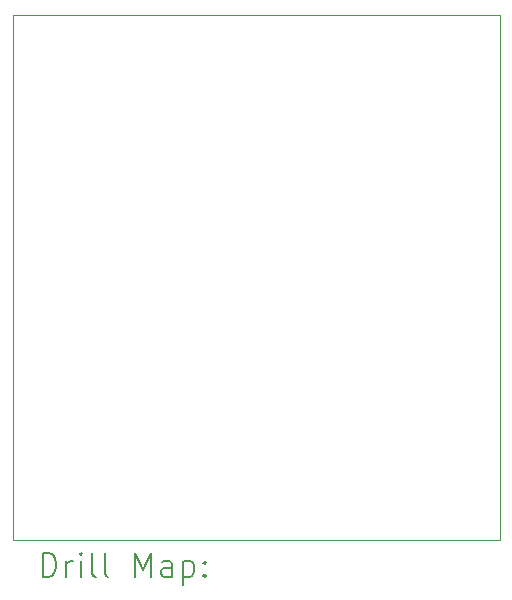
<source format=gbr>
%TF.GenerationSoftware,KiCad,Pcbnew,6.0.8-f2edbf62ab~116~ubuntu22.04.1*%
%TF.CreationDate,2022-10-13T11:14:02+02:00*%
%TF.ProjectId,PCMCIA_SRAM,50434d43-4941-45f5-9352-414d2e6b6963,v1.0*%
%TF.SameCoordinates,Original*%
%TF.FileFunction,Drillmap*%
%TF.FilePolarity,Positive*%
%FSLAX45Y45*%
G04 Gerber Fmt 4.5, Leading zero omitted, Abs format (unit mm)*
G04 Created by KiCad (PCBNEW 6.0.8-f2edbf62ab~116~ubuntu22.04.1) date 2022-10-13 11:14:02*
%MOMM*%
%LPD*%
G01*
G04 APERTURE LIST*
%ADD10C,0.050000*%
%ADD11C,0.200000*%
G04 APERTURE END LIST*
D10*
X16573500Y-8128000D02*
X20701000Y-8128000D01*
X16573500Y-12573000D02*
X16573500Y-8128000D01*
X20701000Y-12573000D02*
X16573500Y-12573000D01*
X20701000Y-8128000D02*
X20701000Y-12573000D01*
D11*
X16828619Y-12885976D02*
X16828619Y-12685976D01*
X16876238Y-12685976D01*
X16904810Y-12695500D01*
X16923857Y-12714548D01*
X16933381Y-12733595D01*
X16942905Y-12771690D01*
X16942905Y-12800262D01*
X16933381Y-12838357D01*
X16923857Y-12857405D01*
X16904810Y-12876452D01*
X16876238Y-12885976D01*
X16828619Y-12885976D01*
X17028619Y-12885976D02*
X17028619Y-12752643D01*
X17028619Y-12790738D02*
X17038143Y-12771690D01*
X17047667Y-12762167D01*
X17066714Y-12752643D01*
X17085762Y-12752643D01*
X17152429Y-12885976D02*
X17152429Y-12752643D01*
X17152429Y-12685976D02*
X17142905Y-12695500D01*
X17152429Y-12705024D01*
X17161952Y-12695500D01*
X17152429Y-12685976D01*
X17152429Y-12705024D01*
X17276238Y-12885976D02*
X17257190Y-12876452D01*
X17247667Y-12857405D01*
X17247667Y-12685976D01*
X17381000Y-12885976D02*
X17361952Y-12876452D01*
X17352429Y-12857405D01*
X17352429Y-12685976D01*
X17609571Y-12885976D02*
X17609571Y-12685976D01*
X17676238Y-12828833D01*
X17742905Y-12685976D01*
X17742905Y-12885976D01*
X17923857Y-12885976D02*
X17923857Y-12781214D01*
X17914333Y-12762167D01*
X17895286Y-12752643D01*
X17857190Y-12752643D01*
X17838143Y-12762167D01*
X17923857Y-12876452D02*
X17904810Y-12885976D01*
X17857190Y-12885976D01*
X17838143Y-12876452D01*
X17828619Y-12857405D01*
X17828619Y-12838357D01*
X17838143Y-12819309D01*
X17857190Y-12809786D01*
X17904810Y-12809786D01*
X17923857Y-12800262D01*
X18019095Y-12752643D02*
X18019095Y-12952643D01*
X18019095Y-12762167D02*
X18038143Y-12752643D01*
X18076238Y-12752643D01*
X18095286Y-12762167D01*
X18104810Y-12771690D01*
X18114333Y-12790738D01*
X18114333Y-12847881D01*
X18104810Y-12866928D01*
X18095286Y-12876452D01*
X18076238Y-12885976D01*
X18038143Y-12885976D01*
X18019095Y-12876452D01*
X18200048Y-12866928D02*
X18209571Y-12876452D01*
X18200048Y-12885976D01*
X18190524Y-12876452D01*
X18200048Y-12866928D01*
X18200048Y-12885976D01*
X18200048Y-12762167D02*
X18209571Y-12771690D01*
X18200048Y-12781214D01*
X18190524Y-12771690D01*
X18200048Y-12762167D01*
X18200048Y-12781214D01*
M02*

</source>
